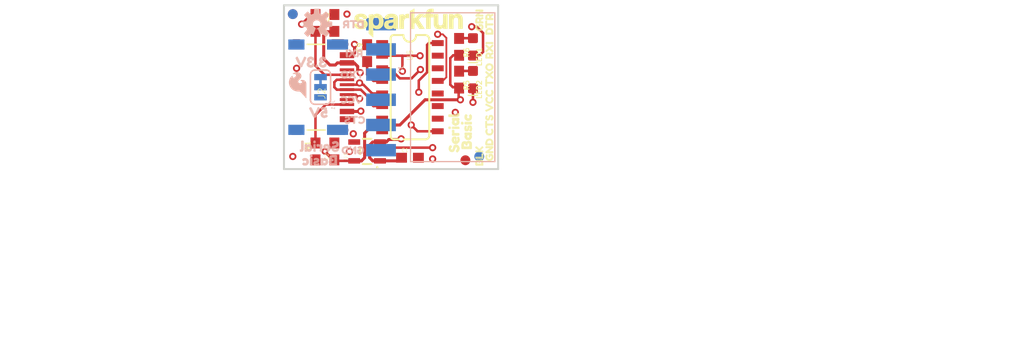
<source format=kicad_pcb>
(kicad_pcb (version 20211014) (generator pcbnew)
  (layers (0 "F.Cu" signal) (1 "In1.Cu" signal) (2 "In2.Cu" signal) (31 "B.Cu" signal) (34 "B.Paste" user) (35 "F.Paste" user) (36 "B.SilkS" user "B.Silkscreen") (37 "F.SilkS" user "F.Silkscreen") (38 "B.Mask" user) (39 "F.Mask" user) (44 "Edge.Cuts" user))
  (net 0 "")
  (net 1 "GND")
  (net 2 "3.3V")
  (net 3 "RXI")
  (net 4 "VCC")
  (net 5 "SHLD")
  (net 6 "CC1")
  (net 7 "CC2")
  (net 8 "N$10")
  (net 9 "N$11")
  (net 10 "D-")
  (net 11 "D+")
  (net 12 "~{CTS}")
  (net 13 "~{DTR}")
  (net 14 "TXO")
  (net 15 "5V")
  (net 16 "N$1")
  (footprint "boardEagle:GND5" (layer "F.Cu") (at 158.4071 113.1316 90)
    (fp_text reference "U$19" hide)
    (fp_text value "" hide)
  )
  (footprint "boardEagle:SOT23-5" (layer "F.Cu") (at 146.0881 111.4806 90)
    (fp_text reference "U1" (at -0.889 -2.159 90) (layer "F.SilkS") (effects (font (size 0.376489 0.376489) (thickness 0.029911)) (justify left)))
    (fp_text value "3.3V")
    (pad "1" smd rect (at -0.95 1.3001 90) (size 0.55 1.2) (layers "F.Cu" "F.Paste" "F.Mask") (net 15 "5V"))
    (pad "2" smd rect (at 0 1.3001 90) (size 0.55 1.2) (layers "F.Cu" "F.Paste" "F.Mask") (net 1 "GND"))
    (pad "3" smd rect (at 0.95 1.3001 90) (size 0.55 1.2) (layers "F.Cu" "F.Paste" "F.Mask") (net 15 "5V"))
    (pad "4" smd rect (at 0.95 -1.3001 90) (size 0.55 1.2) (layers "F.Cu" "F.Paste" "F.Mask"))
    (pad "5" smd rect (at -0.95 -1.3001 90) (size 0.55 1.2) (layers "F.Cu" "F.Paste" "F.Mask") (net 2 "3.3V"))
  )
  (footprint "boardEagle:0603" (layer "F.Cu") (at 155.3591 100.9396 -90)
    (fp_text reference "R6" (at 0 -0.762 90) (layer "F.SilkS") (effects (font (size 0.512064 0.512064) (thickness 0.097536)) (justify right)))
    (fp_text value "1k")
    (pad "1" smd rect (at -0.85 0 270) (size 1.1 1) (layers "F.Cu" "F.Paste" "F.Mask") (net 8 "N$10"))
    (pad "2" smd rect (at 0.85 0 270) (size 1.1 1) (layers "F.Cu" "F.Paste" "F.Mask") (net 2 "3.3V"))
  )
  (footprint "boardEagle:FIDUCIAL-1X2" (layer "F.Cu") (at 138.5951 97.6376 180)
    (fp_text reference "JP3" hide)
    (fp_text value "FIDUCIAL1X2" hide)
    (pad "1" smd roundrect (at 0 0 180) (size 1 1) (layers "F.Cu" "F.Mask") (roundrect_rratio 0.5))
  )
  (footprint "boardEagle:LED-0603" (layer "F.Cu") (at 156.7561 100.9396 -90)
    (fp_text reference "LED1" (at 0 -0.635 90) (layer "F.SilkS") (effects (font (size 0.512064 0.512064) (thickness 0.097536)) (justify right)))
    (fp_text value "GREEN")
    (pad "A" smd roundrect (at -0.877 0 180) (size 1 1) (layers "F.Cu" "F.Paste" "F.Mask") (roundrect_rratio 0.15) (net 8 "N$10"))
    (pad "C" smd roundrect (at 0.877 0 180) (size 1 1) (layers "F.Cu" "F.Paste" "F.Mask") (roundrect_rratio 0.15) (net 3 "RXI"))
  )
  (footprint "boardEagle:TXO0" (layer "F.Cu") (at 158.4071 105.6386 90)
    (fp_text reference "U$5" hide)
    (fp_text value "" hide)
  )
  (footprint "boardEagle:BASIC1" (layer "F.Cu") (at 156.1211 112.3696 90)
    (fp_text reference "U$7" hide)
    (fp_text value "" hide)
  )
  (footprint "boardEagle:VCC2" (layer "F.Cu") (at 158.4071 108.3056 90)
    (fp_text reference "U$6" hide)
    (fp_text value "" hide)
  )
  (footprint "boardEagle:CREATIVE_COMMONS" (layer "F.Cu") (at 129.399644 131.0386)
    (fp_text reference "FRAME1" hide)
    (fp_text value "FRAME-LETTER" hide)
  )
  (footprint "boardEagle:DTR0" (layer "F.Cu") (at 158.4071 100.4316 90)
    (fp_text reference "U$18" hide)
    (fp_text value "" hide)
  )
  (footprint "boardEagle:RXI1" (layer "F.Cu") (at 158.4071 102.8446 90)
    (fp_text reference "U$21" hide)
    (fp_text value "" hide)
  )
  (footprint "boardEagle:0603" (layer "F.Cu") (at 140.8811 98.5266 -90)
    (fp_text reference "R4" (at 0 -0.762 90) (layer "F.SilkS") (effects (font (size 0.512064 0.512064) (thickness 0.097536)) (justify right)))
    (fp_text value "5.1k")
    (pad "1" smd rect (at -0.85 0 270) (size 1.1 1) (layers "F.Cu" "F.Paste" "F.Mask") (net 1 "GND"))
    (pad "2" smd rect (at 0.85 0 270) (size 1.1 1) (layers "F.Cu" "F.Paste" "F.Mask") (net 6 "CC1"))
  )
  (footprint "boardEagle:0603" (layer "F.Cu") (at 150.4061 112.1156)
    (fp_text reference "C1" (at -0.889 -0.762) (layer "F.SilkS") (effects (font (size 0.367386 0.367386) (thickness 0.039014)) (justify left)))
    (fp_text value "1.0uF")
    (pad "1" smd rect (at -0.85 0) (size 1.1 1) (layers "F.Cu" "F.Paste" "F.Mask") (net 15 "5V"))
    (pad "2" smd rect (at 0.85 0) (size 1.1 1) (layers "F.Cu" "F.Paste" "F.Mask") (net 1 "GND"))
  )
  (footprint "boardEagle:0603" (layer "F.Cu") (at 140.8811 111.4806 90)
    (fp_text reference "R1" (at 0 -0.762 90) (layer "F.SilkS") (effects (font (size 0.512064 0.512064) (thickness 0.097536)) (justify left)))
    (fp_text value "5.1k")
    (pad "1" smd rect (at -0.85 0 90) (size 1.1 1) (layers "F.Cu" "F.Paste" "F.Mask") (net 1 "GND"))
    (pad "2" smd rect (at 0.85 0 90) (size 1.1 1) (layers "F.Cu" "F.Paste" "F.Mask") (net 7 "CC2"))
  )
  (footprint "boardEagle:SO016" (layer "F.Cu") (at 150.4061 105.0036 -90)
    (fp_text reference "U5" (at -3.81 0 90) (layer "F.SilkS") (effects (font (size 0.554736 0.554736) (thickness 0.054864)) (justify right)))
    (fp_text value "CH340C")
    (pad "1" smd rect (at -4.445 2.8 270) (size 0.6 1.2) (layers "F.Cu" "F.Paste" "F.Mask") (net 1 "GND"))
    (pad "2" smd rect (at -3.175 2.8 270) (size 0.6 1.2) (layers "F.Cu" "F.Paste" "F.Mask") (net 14 "TXO"))
    (pad "3" smd rect (at -1.905 2.8 270) (size 0.6 1.2) (layers "F.Cu" "F.Paste" "F.Mask") (net 3 "RXI"))
    (pad "4" smd rect (at -0.635 2.8 270) (size 0.6 1.2) (layers "F.Cu" "F.Paste" "F.Mask") (net 16 "N$1"))
    (pad "5" smd rect (at 0.635 2.8 270) (size 0.6 1.2) (layers "F.Cu" "F.Paste" "F.Mask") (net 11 "D+"))
    (pad "6" smd rect (at 1.905 2.8 270) (size 0.6 1.2) (layers "F.Cu" "F.Paste" "F.Mask") (net 10 "D-"))
    (pad "7" smd rect (at 3.175 2.8 270) (size 0.6 1.2) (layers "F.Cu" "F.Paste" "F.Mask"))
    (pad "8" smd rect (at 4.445 2.8 270) (size 0.6 1.2) (layers "F.Cu" "F.Paste" "F.Mask"))
    (pad "9" smd rect (at 4.445 -2.8 270) (size 0.6 1.2) (layers "F.Cu" "F.Paste" "F.Mask") (net 12 "~{CTS}"))
    (pad "10" smd rect (at 3.175 -2.8 270) (size 0.6 1.2) (layers "F.Cu" "F.Paste" "F.Mask"))
    (pad "11" smd rect (at 1.905 -2.8 270) (size 0.6 1.2) (layers "F.Cu" "F.Paste" "F.Mask"))
    (pad "12" smd rect (at 0.635 -2.8 270) (size 0.6 1.2) (layers "F.Cu" "F.Paste" "F.Mask"))
    (pad "13" smd rect (at -0.635 -2.8 270) (size 0.6 1.2) (layers "F.Cu" "F.Paste" "F.Mask") (net 13 "~{DTR}"))
    (pad "14" smd rect (at -1.905 -2.8 270) (size 0.6 1.2) (layers "F.Cu" "F.Paste" "F.Mask"))
    (pad "15" smd rect (at -3.175 -2.8 270) (size 0.6 1.2) (layers "F.Cu" "F.Paste" "F.Mask"))
    (pad "16" smd rect (at -4.445 -2.8 270) (size 0.6 1.2) (layers "F.Cu" "F.Paste" "F.Mask") (net 4 "VCC"))
  )
  (footprint "boardEagle:CTS1" (layer "F.Cu") (at 158.4071 110.5916 90)
    (fp_text reference "U$1" hide)
    (fp_text value "" hide)
  )
  (footprint "boardEagle:SFE_LOGO_NAME_.1" (layer "F.Cu") (at 150.2791 98.5266)
    (fp_text reference "LOGO3" hide)
    (fp_text value "SFE_LOGO_NAME.1_INCH" hide)
  )
  (footprint "boardEagle:LED-0603" (layer "F.Cu") (at 156.7561 104.2416 -90)
    (fp_text reference "LED2" (at 0 -0.635 90) (layer "F.SilkS") (effects (font (size 0.512064 0.512064) (thickness 0.097536)) (justify right)))
    (fp_text value "Yellow")
    (pad "A" smd roundrect (at -0.877 0 180) (size 1 1) (layers "F.Cu" "F.Paste" "F.Mask") (roundrect_rratio 0.15) (net 9 "N$11"))
    (pad "C" smd roundrect (at 0.877 0 180) (size 1 1) (layers "F.Cu" "F.Paste" "F.Mask") (roundrect_rratio 0.15) (net 14 "TXO"))
  )
  (footprint "boardEagle:0603" (layer "F.Cu") (at 146.0881 101.5746 90)
    (fp_text reference "C9" (at 0 -0.762 90) (layer "F.SilkS") (effects (font (size 0.512064 0.512064) (thickness 0.097536)) (justify left)))
    (fp_text value "10nF")
    (pad "1" smd rect (at -0.85 0 90) (size 1.1 1) (layers "F.Cu" "F.Paste" "F.Mask") (net 16 "N$1"))
    (pad "2" smd rect (at 0.85 0 90) (size 1.1 1) (layers "F.Cu" "F.Paste" "F.Mask") (net 1 "GND"))
  )
  (footprint "boardEagle:SERIAL0" (layer "F.Cu") (at 154.8511 112.4966 90)
    (fp_text reference "U$4" hide)
    (fp_text value "" hide)
  )
  (footprint "boardEagle:GRN7" (layer "F.Cu") (at 157.3911 100.0506 90)
    (fp_text reference "U$20" hide)
    (fp_text value "" hide)
  )
  (footprint "boardEagle:FIDUCIAL-1X2" (layer "F.Cu") (at 155.9941 112.3696 180)
    (fp_text reference "JP4" hide)
    (fp_text value "FIDUCIAL1X2" hide)
    (pad "1" smd roundrect (at 0 0 180) (size 1 1) (layers "F.Cu" "F.Mask") (roundrect_rratio 0.5))
  )
  (footprint "boardEagle:USB-C-16P" (layer "F.Cu") (at 144.0561 105.0036 -90)
    (fp_text reference "J2" (at 0 2.54 90) (layer "F.SilkS") (effects (font (size 0.705917 0.705917) (thickness 0.056083)) (justify right)))
    (fp_text value "")
    (fp_poly (pts (xy 4.8127 2.0127) (xy 3.7873 2.0127) (xy 3.7873 -0.1127) (xy 4.8127 -0.1127)) (layer "B.Cu") (width 0) (fill solid))
    (fp_poly (pts (xy -3.7873 5.9127) (xy -4.8127 5.9127) (xy -4.8127 4.2873) (xy -3.7873 4.2873)) (layer "B.Cu") (width 0) (fill solid))
    (fp_poly (pts (xy 4.8127 5.9127) (xy 3.7873 5.9127) (xy 3.7873 4.2873) (xy 4.8127 4.2873)) (layer "B.Cu") (width 0) (fill solid))
    (fp_poly (pts (xy -3.7873 2.0127) (xy -4.8127 2.0127) (xy -4.8127 -0.1127) (xy -3.7873 -0.1127)) (layer "B.Cu") (width 0) (fill solid))
    (pad "" np_thru_hole circle (at -2.89 1.445 270) (size 0.65 0.65) (drill 0.65) (layers *.Cu *.Mask))
    (pad "" np_thru_hole circle (at 2.89 1.445 270) (size 0.65 0.65) (drill 0.65) (layers *.Cu *.Mask))
    (pad "A5" smd rect (at -1.25 0 90) (size 0.3 1.45) (layers "F.Cu" "F.Paste" "F.Mask") (net 6 "CC1"))
    (pad "A6" smd rect (at -0.25 0 90) (size 0.3 1.45) (layers "F.Cu" "F.Paste" "F.Mask") (net 11 "D+"))
    (pad "A7" smd rect (at 0.25 0 270) (size 0.3 1.45) (layers "F.Cu" "F.Paste" "F.Mask") (net 10 "D-"))
    (pad "A8" smd rect (at 1.25 0 270) (size 0.3 1.45) (layers "F.Cu" "F.Paste" "F.Mask"))
    (pad "B5" smd rect (at 1.75 0 270) (size 0.3 1.45) (layers "F.Cu" "F.Paste" "F.Mask") (net 7 "CC2"))
    (pad "B6" smd rect (at 0.75 0 270) (size 0.3 1.45) (layers "F.Cu" "F.Paste" "F.Mask") (net 11 "D+"))
    (pad "B7" smd rect (at -0.75 0 90) (size 0.3 1.45) (layers "F.Cu" "F.Paste" "F.Mask") (net 10 "D-"))
    (pad "B8" smd rect (at -1.75 0 90) (size 0.3 1.45) (layers "F.Cu" "F.Paste" "F.Mask"))
    (pad "GND" smd rect (at -3.225 0 90) (size 0.6 1.45) (layers "F.Cu" "F.Paste" "F.Mask") (net 1 "GND"))
    (pad "GND2" smd rect (at 3.225 0 270) (size 0.6 1.45) (layers "F.Cu" "F.Paste" "F.Mask") (net 1 "GND"))
    (pad "SHLD1" smd roundrect (at -4.32 0.915 90) (size 1 2.1) (layers "F.Cu") (roundrect_rratio 0.5) (net 5 "SHLD"))
    (pad "SHLD2" smd roundrect (at 4.32 0.915 90) (size 1 2.1) (layers "F.Cu") (roundrect_rratio 0.5) (net 5 "SHLD"))
    (pad "SHLD3" smd roundrect (at -4.32 0.915 270) (size 1 2.1) (layers *.Cu *.Mask) (roundrect_rratio 0.5) (net 5 "SHLD"))
    (pad "SHLD4" smd roundrect (at 4.32 0.915 270) (size 1 2.1) (layers *.Cu *.Mask) (roundrect_rratio 0.5) (net 5 "SHLD"))
    (pad "SHLD5" smd roundrect (at -4.32 5.095 90) (size 1 1.6) (layers "F.Cu") (roundrect_rratio 0.5) (net 5 "SHLD"))
    (pad "SHLD6" smd roundrect (at -4.32 5.095 270) (size 1 1.6) (layers *.Cu *.Mask) (roundrect_rratio 0.5) (net 5 "SHLD"))
    (pad "SHLD7" smd roundrect (at 4.32 5.095 270) (size 1 1.6) (layers *.Cu *.Mask) (roundrect_rratio 0.5) (net 5 "SHLD"))
    (pad "SHLD8" smd roundrect (at 4.32 5.095 90) (size 1 1.6) (layers "F.Cu") (roundrect_rratio 0.5) (net 5 "SHLD"))
    (pad "VBUS1" smd rect (at -2.45 0 90) (size 0.55 1.45) (layers "F.Cu" "F.Paste" "F.Mask") (net 15 "5V"))
    (pad "VBUS2" smd rect (at 2.45 0 270) (size 0.55 1.45) (layers "F.Cu" "F.Paste" "F.Mask") (net 15 "5V"))
  )
  (footprint "boardEagle:0603" (layer "F.Cu") (at 142.7861 98.5266 90)
    (fp_text reference "C5" (at 0 -0.762 90) (layer "F.SilkS") (effects (font (size 0.512064 0.512064) (thickness 0.097536)) (justify left)))
    (fp_text value "0.1uF")
    (pad "1" smd rect (at -0.85 0 90) (size 1.1 1) (layers "F.Cu" "F.Paste" "F.Mask") (net 15 "5V"))
    (pad "2" smd rect (at 0.85 0 90) (size 1.1 1) (layers "F.Cu" "F.Paste" "F.Mask") (net 1 "GND"))
  )
  (footprint "boardEagle:0603" (layer "F.Cu") (at 142.7861 111.4806 90)
    (fp_text reference "C2" (at -0.889 -0.762 90) (layer "F.SilkS") (effects (font (size 0.367386 0.367386) (thickness 0.039014)) (justify left)))
    (fp_text value "1.0uF")
    (pad "1" smd rect (at -0.85 0 90) (size 1.1 1) (layers "F.Cu" "F.Paste" "F.Mask") (net 2 "3.3V"))
    (pad "2" smd rect (at 0.85 0 90) (size 1.1 1) (layers "F.Cu" "F.Paste" "F.Mask") (net 1 "GND"))
  )
  (footprint "boardEagle:BLK6" (layer "F.Cu") (at 157.3911 113.6396 90)
    (fp_text reference "U$17" hide)
    (fp_text value "" hide)
  )
  (footprint "boardEagle:0603" (layer "F.Cu") (at 155.3591 104.2416 -90)
    (fp_text reference "R5" (at 0 -0.762 90) (layer "F.SilkS") (effects (font (size 0.512064 0.512064) (thickness 0.097536)) (justify right)))
    (fp_text value "1k")
    (pad "1" smd rect (at -0.85 0 270) (size 1.1 1) (layers "F.Cu" "F.Paste" "F.Mask") (net 9 "N$11"))
    (pad "2" smd rect (at 0.85 0 270) (size 1.1 1) (layers "F.Cu" "F.Paste" "F.Mask") (net 2 "3.3V"))
  )
  (footprint "boardEagle:FIDUCIAL-1X2" (layer "B.Cu") (at 138.5951 97.6376)
    (fp_text reference "JP5" hide)
    (fp_text value "FIDUCIAL1X2" hide)
    (pad "1" smd roundrect (at 0 0) (size 1 1) (layers "B.Cu" "B.Mask") (roundrect_rratio 0.5))
  )
  (footprint "boardEagle:3#3V8" (layer "B.Cu") (at 143.0401 102.4636 180)
    (fp_text reference "U$2" hide)
    (fp_text value "" hide)
  )
  (footprint "boardEagle:5V9" (layer "B.Cu") (at 143.0401 107.5436 180)
    (fp_text reference "U$3" hide)
    (fp_text value "" hide)
  )
  (footprint "boardEagle:GND5" (layer "B.Cu") (at 146.4691 111.3536 180)
    (fp_text reference "U$15" hide)
    (fp_text value "" hide)
  )
  (footprint "boardEagle:VCC2" (layer "B.Cu") (at 146.4691 106.2736 180)
    (fp_text reference "U$13" hide)
    (fp_text value "" hide)
  )
  (footprint "boardEagle:SMT-JUMPER_3_1-NC_TRACE_SILK" (layer "B.Cu") (at 141.3891 105.0036 90)
    (fp_text reference "JP1" (at -1.27 1.27 90) (layer "B.SilkS") (effects (font (size 0.367386 0.367386) (thickness 0.039014)) (justify left mirror)))
    (fp_text value "")
    (fp_poly (pts (xy 0.3048 -0.127) (xy 0.7112 -0.127) (xy 0.7112 0.127) (xy 0.3048 0.127)) (layer "B.Cu") (width 0) (fill solid))
    (pad "1" smd rect (at -1.016 0 90) (size 0.635 1.27) (layers "B.Cu" "B.Mask") (net 15 "5V"))
    (pad "2" smd rect (at 0 0 90) (size 0.635 1.27) (layers "B.Cu" "B.Mask") (net 4 "VCC"))
    (pad "3" smd rect (at 1.016 0 90) (size 0.635 1.27) (layers "B.Cu" "B.Mask") (net 2 "3.3V"))
  )
  (footprint "boardEagle:TXO0" (layer "B.Cu") (at 146.4691 103.7336 180)
    (fp_text reference "U$12" hide)
    (fp_text value "" hide)
  )
  (footprint "boardEagle:1X06-SMD-FEMALE" (layer "B.Cu") (at 150.9141 105.0036 -90)
    (fp_text reference "J1" (at -1.27 1.397 -270) (layer "B.SilkS") (effects (font (size 0.512064 0.512064) (thickness 0.097536)) (justify right mirror)))
    (fp_text value "")
    (pad "1" smd rect (at 6.35 3.425 90) (size 1.25 3) (layers "B.Cu" "B.Paste" "B.Mask") (net 1 "GND"))
    (pad "2" smd rect (at 3.81 3.425 90) (size 1.25 3) (layers "B.Cu" "B.Paste" "B.Mask") (net 12 "~{CTS}"))
    (pad "3" smd rect (at 1.27 3.425 90) (size 1.25 3) (layers "B.Cu" "B.Paste" "B.Mask") (net 4 "VCC"))
    (pad "4" smd rect (at -1.27 3.425 90) (size 1.25 3) (layers "B.Cu" "B.Paste" "B.Mask") (net 14 "TXO"))
    (pad "5" smd rect (at -3.81 3.425 90) (size 1.25 3) (layers "B.Cu" "B.Paste" "B.Mask") (net 3 "RXI"))
    (pad "6" smd rect (at -6.35 3.425 90) (size 1.25 3) (layers "B.Cu" "B.Paste" "B.Mask") (net 13 "~{DTR}"))
  )
  (footprint "boardEagle:RXI1" (layer "B.Cu") (at 146.3421 101.5746 180)
    (fp_text reference "U$10" hide)
    (fp_text value "" hide)
  )
  (footprint "boardEagle:OSHW-LOGO-S" (layer "B.Cu") (at 141.0081 98.6536 180)
    (fp_text reference "LOGO1" hide)
    (fp_text value "OSHW-LOGOS" hide)
  )
  (footprint "boardEagle:CTS1" (layer "B.Cu") (at 146.5961 108.3056 180)
    (fp_text reference "U$14" hide)
    (fp_text value "" hide)
  )
  (footprint "boardEagle:FIDUCIAL-1X2" (layer "B.Cu") (at 157.3911 111.9886)
    (fp_text reference "JP6" hide)
    (fp_text value "FIDUCIAL1X2" hide)
    (pad "1" smd roundrect (at 0 0) (size 1 1) (layers "B.Cu" "B.Mask") (roundrect_rratio 0.5))
  )
  (footprint "boardEagle:SERIAL0" (layer "B.Cu") (at 144.1831 110.9726 180)
    (fp_text reference "U$9" hide)
    (fp_text value "" hide)
  )
  (footprint "boardEagle:DTR0" (layer "B.Cu") (at 146.4691 98.6536 180)
    (fp_text reference "U$8" hide)
    (fp_text value "" hide)
  )
  (footprint "boardEagle:BASIC1" (layer "B.Cu") (at 144.1831 112.3696 180)
    (fp_text reference "U$11" hide)
    (fp_text value "" hide)
  )
  (footprint "boardEagle:SFE_LOGO_FLAME_.1" (layer "B.Cu") (at 139.1031 104.7496 180)
    (fp_text reference "LOGO2" hide)
    (fp_text value "SFE_LOGO_FLAME.1_INCH" hide)
  )
  (gr_line (start 137.7061 96.7486) (end 159.2961 96.7486) (layer "Edge.Cuts") (width 0.2032))
  (gr_line (start 159.2961 113.2586) (end 137.7061 113.2586) (layer "Edge.Cuts") (width 0.2032))
  (gr_line (start 159.2961 96.7486) (end 159.2961 113.2586) (layer "Edge.Cuts") (width 0.2032))
  (gr_line (start 137.7061 113.2586) (end 137.7061 96.7486) (layer "Edge.Cuts") (width 0.2032))
  (segment (start 147.3882 111.4806) (end 148.2471 111.4806) (width 0.254) (layer "F.Cu") (net 1))
  (segment (start 144.8181 101.5746) (end 144.8181 100.6856) (width 0.3048) (layer "F.Cu") (net 1))
  (segment (start 144.0561 101.7786) (end 144.6141 101.7786) (width 0.3048) (layer "F.Cu") (net 1))
  (segment (start 144.6141 101.7786) (end 144.8181 101.5746) (width 0.3048) (layer "F.Cu") (net 1))
  (segment (start 148.6281 111.0996) (end 148.2471 111.4806) (width 0.254) (layer "F.Cu") (net 1))
  (segment (start 140.8811 97.6766) (end 140.4611 97.6766) (width 0.254) (layer "F.Cu") (net 1))
  (segment (start 140.4611 97.6766) (end 139.4841 98.6536) (width 0.254) (layer "F.Cu") (net 1))
  (segment (start 148.6281 111.0996) (end 152.6921 111.0996) (width 0.254) (layer "F.Cu") (net 1))
  (via blind (at 144.8181 100.6856) (size 0.7366) (drill 0.381) (layers "F.Cu" "In1.Cu") (net 1))
  (via blind (at 139.4841 98.6536) (size 0.7366) (drill 0.381) (layers "F.Cu" "In1.Cu") (net 1))
  (via blind (at 154.9781 107.5436) (size 0.7366) (drill 0.381) (layers "F.Cu" "In1.Cu") (net 1))
  (via blind (at 152.6921 112.2426) (size 0.7366) (drill 0.381) (layers "F.Cu" "In1.Cu") (net 1))
  (via blind (at 152.6921 111.0996) (size 0.7366) (drill 0.381) (layers "F.Cu" "In1.Cu") (net 1))
  (via blind (at 138.5951 111.9886) (size 0.7366) (drill 0.381) (layers "F.Cu" "In1.Cu") (net 1))
  (via blind (at 144.6911 109.7026) (size 0.7366) (drill 0.381) (layers "F.Cu" "In1.Cu") (net 1))
  (via blind (at 144.3101 111.4806) (size 0.7366) (drill 0.381) (layers "F.Cu" "In1.Cu") (net 1))
  (via blind (at 144.0561 97.6376) (size 0.7366) (drill 0.381) (layers "F.Cu" "In1.Cu") (net 1))
  (segment (start 142.8861 112.4306) (end 142.7861 112.3306) (width 0.254) (layer "F.Cu") (net 2))
  (segment (start 154.7631 101.7896) (end 154.4701 102.0826) (width 0.254) (layer "F.Cu") (net 2))
  (segment (start 155.3151 105.0476) (end 155.3591 105.0916) (width 0.254) (layer "F.Cu") (net 2))
  (segment (start 154.4701 102.0826) (end 154.4701 104.7496) (width 0.254) (layer "F.Cu") (net 2))
  (segment (start 155.2711 105.0036) (end 155.3151 105.0476) (width 0.254) (layer "F.Cu") (net 2))
  (segment (start 155.3151 106.1026) (end 155.3151 105.0476) (width 0.254) (layer "F.Cu") (net 2))
  (segment (start 146.65125 108.8184) (end 149.3853 108.8184) (width 0.3048) (layer "F.Cu") (net 2))
  (segment (start 144.788 112.4306) (end 142.8861 112.4306) (width 0.254) (layer "F.Cu") (net 2))
  (segment (start 145.8341 112.1156) (end 145.8341 109.63555) (width 0.3048) (layer "F.Cu") (net 2))
  (segment (start 155.4861 106.2736) (end 155.3151 106.1026) (width 0.254) (layer "F.Cu") (net 2))
  (segment (start 145.5191 112.4306) (end 145.8341 112.1156) (width 0.3048) (layer "F.Cu") (net 2))
  (segment (start 155.3591 101.7896) (end 154.7631 101.7896) (width 0.254) (layer "F.Cu") (net 2))
  (segment (start 154.4701 104.7496) (end 154.7241 105.0036) (width 0.254) (layer "F.Cu") (net 2))
  (segment (start 149.3853 108.8184) (end 151.9301 106.2736) (width 0.3048) (layer "F.Cu") (net 2))
  (segment (start 154.7241 105.0036) (end 155.2711 105.0036) (width 0.254) (layer "F.Cu") (net 2))
  (segment (start 145.8341 109.63555) (end 146.65125 108.8184) (width 0.3048) (layer "F.Cu") (net 2))
  (segment (start 142.7861 112.3306) (end 142.6709 112.3306) (width 0.3048) (layer "F.Cu") (net 2))
  (segment (start 141.8209 111.4806) (end 142.6709 112.3306) (width 0.3048) (layer "F.Cu") (net 2))
  (segment (start 144.788 112.4306) (end 145.5191 112.4306) (width 0.3048) (layer "F.Cu") (net 2))
  (segment (start 151.9301 106.2736) (end 155.4861 106.2736) (width 0.3048) (layer "F.Cu") (net 2))
  (via blind (at 141.8209 111.4806) (size 0.6604) (drill 0.3048) (layers "F.Cu" "In1.Cu") (net 2))
  (via blind (at 155.4861 106.2736) (size 0.7366) (drill 0.381) (layers "F.Cu" "In1.Cu") (net 2))
  (segment (start 151.4602 103.2256) (end 150.5712 104.1146) (width 0.254) (layer "F.Cu") (net 3))
  (segment (start 157.4031 101.8166) (end 157.7721 101.4476) (width 0.254) (layer "F.Cu") (net 3))
  (segment (start 157.7721 101.4476) (end 157.7721 99.5426) (width 0.254) (layer "F.Cu") (net 3))
  (segment (start 149.3841 104.1146) (end 150.5712 104.1146) (width 0.254) (layer "F.Cu") (net 3))
  (segment (start 157.1371 98.9076) (end 156.6291 98.9076) (width 0.254) (layer "F.Cu") (net 3))
  (segment (start 148.3681 103.0986) (end 149.3841 104.1146) (width 0.254) (layer "F.Cu") (net 3))
  (segment (start 156.7561 101.8166) (end 157.4031 101.8166) (width 0.254) (layer "F.Cu") (net 3))
  (segment (start 157.7721 99.5426) (end 157.1371 98.9076) (width 0.254) (layer "F.Cu") (net 3))
  (segment (start 147.6061 103.0986) (end 148.3681 103.0986) (width 0.254) (layer "F.Cu") (net 3))
  (via blind (at 151.4602 103.2256) (size 0.7366) (drill 0.381) (layers "F.Cu" "In1.Cu") (net 3))
  (via blind (at 156.6291 98.9076) (size 0.7366) (drill 0.381) (layers "F.Cu" "In1.Cu") (net 3))
  (segment (start 153.2061 100.5586) (end 152.3111 100.5586) (width 0.254) (layer "F.Cu") (net 4))
  (segment (start 151.2951 104.342613) (end 151.2951 105.5116) (width 0.254) (layer "F.Cu") (net 4))
  (segment (start 152.1333 103.504413) (end 151.2951 104.342613) (width 0.254) (layer "F.Cu") (net 4))
  (segment (start 152.1333 100.7364) (end 152.1333 103.504413) (width 0.254) (layer "F.Cu") (net 4))
  (segment (start 152.3111 100.5586) (end 152.1333 100.7364) (width 0.254) (layer "F.Cu") (net 4))
  (via blind (at 151.2951 105.5116) (size 0.7366) (drill 0.381) (layers "F.Cu" "In1.Cu") (net 4))
  (via blind (at 138.9761 103.0986) (size 0.7366) (drill 0.381) (layers "F.Cu" "In1.Cu") (net 5))
  (segment (start 141.7901 103.7536) (end 140.8811 102.8446) (width 0.254) (layer "F.Cu") (net 6))
  (segment (start 144.0561 103.7536) (end 141.7901 103.7536) (width 0.254) (layer "F.Cu") (net 6))
  (segment (start 140.8811 102.8446) (end 140.8811 99.3766) (width 0.254) (layer "F.Cu") (net 6))
  (segment (start 144.0561 106.7536) (end 141.9251 106.7536) (width 0.254) (layer "F.Cu") (net 7))
  (segment (start 141.9251 106.7536) (end 140.8811 107.7976) (width 0.254) (layer "F.Cu") (net 7))
  (segment (start 140.8811 110.6306) (end 140.8811 107.7976) (width 0.254) (layer "F.Cu") (net 7))
  (segment (start 156.7561 100.0626) (end 155.3861 100.0626) (width 0.254) (layer "F.Cu") (net 8))
  (segment (start 155.3861 100.0626) (end 155.3591 100.0896) (width 0.254) (layer "F.Cu") (net 8))
  (segment (start 156.7561 103.3646) (end 155.3861 103.3646) (width 0.254) (layer "F.Cu") (net 9))
  (segment (start 155.3861 103.3646) (end 155.3591 103.3916) (width 0.254) (layer "F.Cu") (net 9))
  (segment (start 146.2151 106.4006) (end 146.7231 106.9086) (width 0.254) (layer "F.Cu") (net 10))
  (segment (start 143.0441 105.2536) (end 144.0561 105.2536) (width 0.254) (layer "F.Cu") (net 10))
  (segment (start 146.7231 106.9086) (end 147.6061 106.9086) (width 0.254) (layer "F.Cu") (net 10))
  (segment (start 143.0281 104.2536) (end 142.7861 104.4956) (width 0.254) (layer "F.Cu") (net 10))
  (segment (start 142.7861 105.0036) (end 143.0401 105.2576) (width 0.254) (layer "F.Cu") (net 10))
  (segment (start 146.2151 106.0196) (end 146.2151 106.4006) (width 0.254) (layer "F.Cu") (net 10))
  (segment (start 143.0401 105.2576) (end 143.0441 105.2536) (width 0.254) (layer "F.Cu") (net 10))
  (segment (start 144.0561 104.2536) (end 143.0281 104.2536) (width 0.254) (layer "F.Cu") (net 10))
  (segment (start 144.0561 105.2536) (end 145.4491 105.2536) (width 0.254) (layer "F.Cu") (net 10))
  (segment (start 145.4491 105.2536) (end 146.2151 106.0196) (width 0.254) (layer "F.Cu") (net 10))
  (segment (start 142.7861 104.4956) (end 142.7861 105.0036) (width 0.254) (layer "F.Cu") (net 10))
  (segment (start 145.7111 104.7536) (end 146.5961 105.6386) (width 0.254) (layer "F.Cu") (net 11))
  (segment (start 144.0561 104.7536) (end 145.3261 104.7536) (width 0.254) (layer "F.Cu") (net 11))
  (segment (start 145.3272 104.5805) (end 145.3261 104.5816) (width 0.254) (layer "F.Cu") (net 11))
  (segment (start 144.0561 105.7536) (end 144.9342 105.7536) (width 0.254) (layer "F.Cu") (net 11))
  (segment (start 144.9342 105.7536) (end 145.3272 106.1466) (width 0.254) (layer "F.Cu") (net 11))
  (segment (start 145.3261 104.7536) (end 145.7111 104.7536) (width 0.254) (layer "F.Cu") (net 11))
  (segment (start 145.3261 104.5816) (end 145.3261 104.7536) (width 0.254) (layer "F.Cu") (net 11))
  (segment (start 146.5961 105.6386) (end 147.6061 105.6386) (width 0.254) (layer "F.Cu") (net 11))
  (via blind (at 145.3272 104.5805) (size 0.7366) (drill 0.381) (layers "F.Cu" "In1.Cu") (net 11))
  (via blind (at 145.3272 106.1466) (size 0.7366) (drill 0.381) (layers "F.Cu" "In1.Cu") (net 11))
  (segment (start 153.2061 109.4486) (end 151.1681 109.4486) (width 0.254) (layer "F.Cu") (net 12))
  (segment (start 151.1681 109.4486) (end 150.5331 108.8136) (width 0.254) (layer "F.Cu") (net 12))
  (via blind (at 150.5331 108.8136) (size 0.7366) (drill 0.381) (layers "F.Cu" "In1.Cu") (net 12))
  (segment (start 153.7081 99.6696) (end 153.2001 99.6696) (width 0.1778) (layer "F.Cu") (net 13))
  (segment (start 153.7081 104.3686) (end 154.0764 104.0003) (width 0.1778) (layer "F.Cu") (net 13))
  (segment (start 154.0764 104.0003) (end 154.0764 100.0379) (width 0.1778) (layer "F.Cu") (net 13))
  (segment (start 153.2061 104.3686) (end 153.7081 104.3686) (width 0.1778) (layer "F.Cu") (net 13))
  (segment (start 154.0764 100.0379) (end 153.7081 99.6696) (width 0.1778) (layer "F.Cu") (net 13))
  (via blind (at 153.2001 99.6696) (size 0.7366) (drill 0.381) (layers "F.Cu" "In1.Cu") (net 13))
  (segment (start 149.6441 103.3907) (end 149.6441 101.8286) (width 0.254) (layer "F.Cu") (net 14))
  (segment (start 149.6441 101.8286) (end 149.6664 101.8286) (width 0.254) (layer "F.Cu") (net 14))
  (segment (start 156.7561 105.1186) (end 156.7561 106.5276) (width 0.254) (layer "F.Cu") (net 14))
  (segment (start 147.6061 101.8286) (end 149.6441 101.8286) (width 0.254) (layer "F.Cu") (net 14))
  (segment (start 151.4221 101.8365) (end 149.6743 101.8365) (width 0.254) (layer "F.Cu") (net 14))
  (segment (start 149.6664 101.8286) (end 149.6743 101.8365) (width 0.254) (layer "F.Cu") (net 14))
  (via blind (at 149.6441 103.3907) (size 0.7366) (drill 0.381) (layers "F.Cu" "In1.Cu") (net 14))
  (via blind (at 156.7561 106.5276) (size 0.7366) (drill 0.381) (layers "F.Cu" "In1.Cu") (net 14))
  (via blind (at 151.4221 101.8365) (size 0.7366) (drill 0.381) (layers "F.Cu" "In1.Cu") (net 14))
  (segment (start 148.2772 110.2766) (end 148.0232 110.5306) (width 0.3048) (layer "F.Cu") (net 15))
  (segment (start 149.2411 112.4306) (end 149.5561 112.1156) (width 0.254) (layer "F.Cu") (net 15))
  (segment (start 144.0561 102.5536) (end 144.7811 102.5536) (width 0.3048) (layer "F.Cu") (net 15))
  (segment (start 147.3882 112.4306) (end 146.6571 112.4306) (width 0.3048) (layer "F.Cu") (net 15))
  (segment (start 144.0561 102.5536) (end 143.097693 102.5536) (width 0.3048) (layer "F.Cu") (net 15))
  (segment (start 144.0561 107.4536) (end 145.4161 107.4536) (width 0.3048) (layer "F.Cu") (net 15))
  (segment (start 142.339706 102.7688) (end 141.7113 102.140394) (width 0.3048) (layer "F.Cu") (net 15))
  (segment (start 147.3882 112.4306) (end 149.2411 112.4306) (width 0.3048) (layer "F.Cu") (net 15))
  (segment (start 145.4161 107.4536) (end 145.4531 107.4166) (width 0.3048) (layer "F.Cu") (net 15))
  (segment (start 146.3421 112.1156) (end 146.3421 110.8456) (width 0.3048) (layer "F.Cu") (net 15))
  (segment (start 147.3882 110.5306) (end 148.0232 110.5306) (width 0.3048) (layer "F.Cu") (net 15))
  (segment (start 141.7113 99.7966) (end 142.0923 99.4156) (width 0.3048) (layer "F.Cu") (net 15))
  (segment (start 146.3421 110.8456) (end 146.6571 110.5306) (width 0.3048) (layer "F.Cu") (net 15))
  (segment (start 144.7811 102.5536) (end 145.1356 102.9081) (width 0.3048) (layer "F.Cu") (net 15))
  (segment (start 142.0923 99.4156) (end 142.8251 99.4156) (width 0.3048) (layer "F.Cu") (net 15))
  (segment (start 145.1356 103.2891) (end 145.3896 103.5431) (width 0.3048) (layer "F.Cu") (net 15))
  (segment (start 141.7113 102.140394) (end 141.7113 99.7966) (width 0.3048) (layer "F.Cu") (net 15))
  (segment (start 149.5171 110.2106) (end 149.4511 110.2766) (width 0.254) (layer "F.Cu") (net 15))
  (segment (start 146.6571 112.4306) (end 146.3421 112.1156) (width 0.3048) (layer "F.Cu") (net 15))
  (segment (start 145.1356 102.9081) (end 145.1356 103.2891) (width 0.3048) (layer "F.Cu") (net 15))
  (segment (start 149.4511 110.2766) (end 148.2772 110.2766) (width 0.3048) (layer "F.Cu") (net 15))
  (segment (start 142.8251 99.4156) (end 142.7861 99.3766) (width 0.3048) (layer "F.Cu") (net 15))
  (segment (start 142.882493 102.7688) (end 142.339706 102.7688) (width 0.3048) (layer "F.Cu") (net 15))
  (segment (start 146.6571 110.5306) (end 147.3882 110.5306) (width 0.3048) (layer "F.Cu") (net 15))
  (segment (start 143.097693 102.5536) (end 142.882493 102.7688) (width 0.3048) (layer "F.Cu") (net 15))
  (via blind (at 145.3896 103.5431) (size 0.7366) (drill 0.381) (layers "F.Cu" "In1.Cu") (net 15))
  (via blind (at 145.4531 107.4166) (size 0.7366) (drill 0.381) (layers "F.Cu" "In1.Cu") (net 15))
  (via blind (at 149.5171 110.2106) (size 0.7366) (drill 0.381) (layers "F.Cu" "In1.Cu") (net 15))
  (segment (start 146.7231 104.3686) (end 146.0881 103.7336) (width 0.254) (layer "F.Cu") (net 16))
  (segment (start 146.0881 103.7336) (end 146.0881 102.4246) (width 0.254) (layer "F.Cu") (net 16))
  (segment (start 147.6061 104.3686) (end 146.7231 104.3686) (width 0.254) (layer "F.Cu") (net 16))
)
</source>
